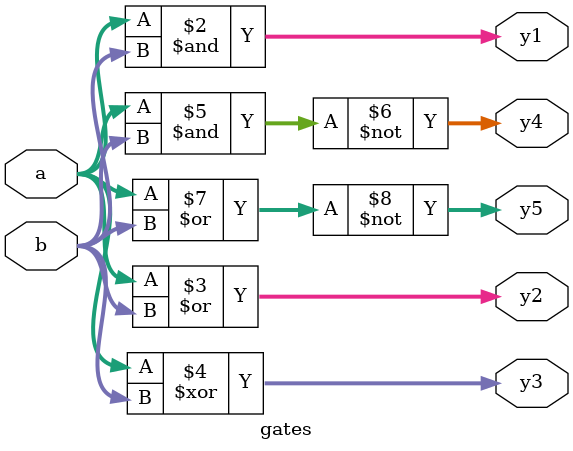
<source format=v>
module gates(input      [3:0] a, b, 
             output reg [3:0] y1, y2, y3, y4, y5);

  always @(*)
    begin
      y1 = a & b;    // AND
      y2 = a | b;    // OR
      y3 = a ^ b;    // XOR
      y4 = ~(a & b); // NAND
      y5 = ~(a | b); // NOR
    end
endmodule



</source>
